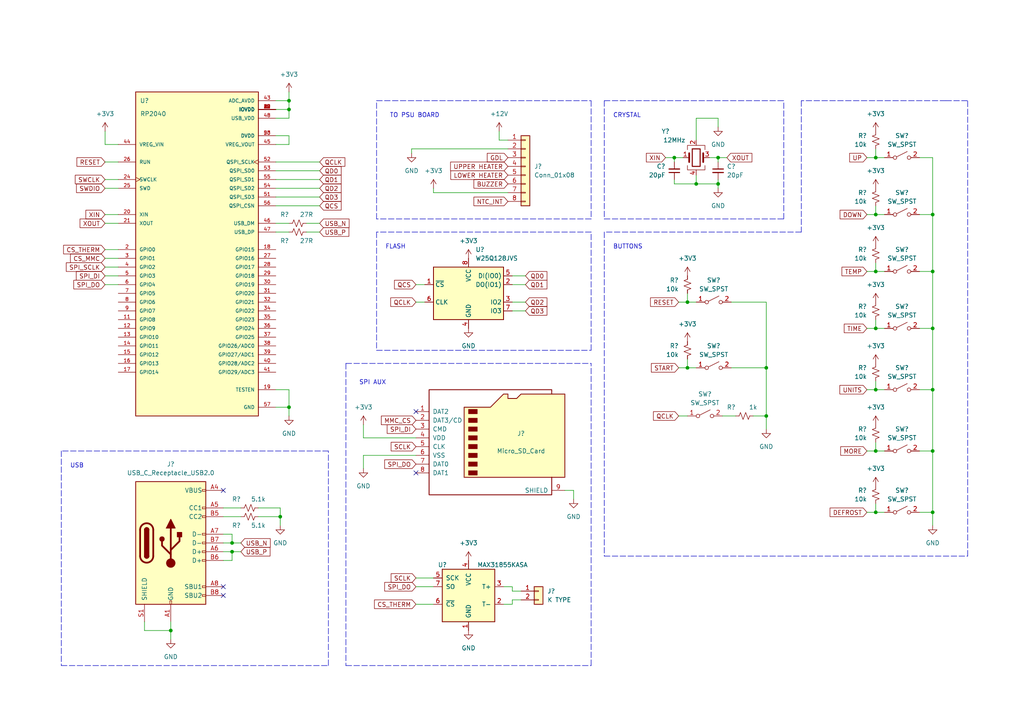
<source format=kicad_sch>
(kicad_sch (version 20211123) (generator eeschema)
  (paper "A4")
  (lib_symbols
    (symbol "Connector:Micro_SD_Card" (pin_names (offset 1.016))
      (property "Reference" "J" (at -16.51 15.24 0))
      (property "Value" "Micro_SD_Card" (at 16.51 15.24 0))
      (symbol "Micro_SD_Card_0_1"
        (rectangle (start -7.62 -9.525) (end -5.08 -10.795) (fill (type outline)))
        (rectangle (start -7.62 -6.985) (end -5.08 -8.255) (fill (type outline)))
        (rectangle (start -7.62 -4.445) (end -5.08 -5.715) (fill (type outline)))
        (rectangle (start -7.62 -1.905) (end -5.08 -3.175) (fill (type outline)))
        (rectangle (start -7.62 0.635) (end -5.08 -0.635) (fill (type outline)))
        (rectangle (start -7.62 3.175) (end -5.08 1.905) (fill (type outline)))
        (rectangle (start -7.62 5.715) (end -5.08 4.445) (fill (type outline)))
        (rectangle (start -7.62 8.255) (end -5.08 6.985) (fill (type outline)))
        (polyline (pts (xy 16.51 12.7) (xy 16.51 13.97) (xy -19.05 13.97) (xy -19.05 -16.51) (xy 16.51 -16.51) (xy 16.51 -11.43)) (stroke (width 0.254)))
        (polyline (pts (xy -8.89 -11.43) (xy -8.89 8.89) (xy -1.27 8.89) (xy 2.54 12.7) (xy 3.81 12.7) (xy 3.81 11.43) (xy 6.35 11.43) (xy 7.62 12.7) (xy 20.32 12.7) (xy 20.32 -11.43) (xy -8.89 -11.43)) (stroke (width 0.254)) (fill (type background)))
      )
      (symbol "Micro_SD_Card_1_1"
        (pin bidirectional line (at -22.86 7.62 0) (length 3.81) (name "DAT2") (number "1"))
        (pin bidirectional line (at -22.86 5.08 0) (length 3.81) (name "DAT3/CD") (number "2"))
        (pin input line (at -22.86 2.54 0) (length 3.81) (name "CMD") (number "3"))
        (pin power_in line (at -22.86 0 0) (length 3.81) (name "VDD") (number "4"))
        (pin input line (at -22.86 -2.54 0) (length 3.81) (name "CLK") (number "5"))
        (pin power_in line (at -22.86 -5.08 0) (length 3.81) (name "VSS") (number "6"))
        (pin bidirectional line (at -22.86 -7.62 0) (length 3.81) (name "DAT0") (number "7"))
        (pin bidirectional line (at -22.86 -10.16 0) (length 3.81) (name "DAT1") (number "8"))
        (pin passive line (at 20.32 -15.24 180) (length 3.81) (name "SHIELD") (number "9"))
      )
    )
    (symbol "Connector:USB_C_Receptacle_USB2.0" (pin_names (offset 1.016))
      (property "Reference" "J" (at -10.16 19.05 0))
      (property "Value" "USB_C_Receptacle_USB2.0" (at 19.05 19.05 0))
      (symbol "USB_C_Receptacle_USB2.0_0_0"
        (rectangle (start -0.254 -17.78) (end 0.254 -16.764))
        (rectangle (start 10.16 -14.986) (end 9.144 -15.494))
        (rectangle (start 10.16 -12.446) (end 9.144 -12.954))
        (rectangle (start 10.16 -4.826) (end 9.144 -5.334))
        (rectangle (start 10.16 -2.286) (end 9.144 -2.794))
        (rectangle (start 10.16 0.254) (end 9.144 -0.254))
        (rectangle (start 10.16 2.794) (end 9.144 2.286))
        (rectangle (start 10.16 7.874) (end 9.144 7.366))
        (rectangle (start 10.16 10.414) (end 9.144 9.906))
        (rectangle (start 10.16 15.494) (end 9.144 14.986))
      )
      (symbol "USB_C_Receptacle_USB2.0_0_1"
        (rectangle (start -10.16 17.78) (end 10.16 -17.78) (stroke (width 0.254)) (fill (type background)))
        (arc (start -8.89 -3.81) (mid -6.985 -5.715) (end -5.08 -3.81) (stroke (width 0.508)))
        (arc (start -7.62 -3.81) (mid -6.985 -4.445) (end -6.35 -3.81) (stroke (width 0.254)))
        (arc (start -7.62 -3.81) (mid -6.985 -4.445) (end -6.35 -3.81) (stroke (width 0.254)) (fill (type outline)))
        (rectangle (start -7.62 -3.81) (end -6.35 3.81) (stroke (width 0.254)) (fill (type outline)))
        (arc (start -6.35 3.81) (mid -6.985 4.445) (end -7.62 3.81) (stroke (width 0.254)))
        (arc (start -6.35 3.81) (mid -6.985 4.445) (end -7.62 3.81) (stroke (width 0.254)) (fill (type outline)))
        (arc (start -5.08 3.81) (mid -6.985 5.715) (end -8.89 3.81) (stroke (width 0.508)))
        (circle (center -2.54 1.143) (radius 0.635) (stroke (width 0.254)) (fill (type outline)))
        (circle (center 0 -5.842) (radius 1.27) (fill (type outline)))
        (polyline (pts (xy -8.89 -3.81) (xy -8.89 3.81)) (stroke (width 0.508)))
        (polyline (pts (xy -5.08 3.81) (xy -5.08 -3.81)) (stroke (width 0.508)))
        (polyline (pts (xy 0 -5.842) (xy 0 4.318)) (stroke (width 0.508)))
        (polyline (pts (xy 0 -3.302) (xy -2.54 -0.762) (xy -2.54 0.508)) (stroke (width 0.508)))
        (polyline (pts (xy 0 -2.032) (xy 2.54 0.508) (xy 2.54 1.778)) (stroke (width 0.508)))
        (polyline (pts (xy -1.27 4.318) (xy 0 6.858) (xy 1.27 4.318) (xy -1.27 4.318)) (stroke (width 0.254)) (fill (type outline)))
        (rectangle (start 1.905 1.778) (end 3.175 3.048) (stroke (width 0.254)) (fill (type outline)))
      )
      (symbol "USB_C_Receptacle_USB2.0_1_1"
        (pin passive line (at 0 -22.86 90) (length 5.08) (name "GND") (number "A1"))
        (pin passive line (at 0 -22.86 90) (length 5.08) hide (name "GND") (number "A12"))
        (pin passive line (at 15.24 15.24 180) (length 5.08) (name "VBUS") (number "A4"))
        (pin bidirectional line (at 15.24 10.16 180) (length 5.08) (name "CC1") (number "A5"))
        (pin bidirectional line (at 15.24 -2.54 180) (length 5.08) (name "D+") (number "A6"))
        (pin bidirectional line (at 15.24 2.54 180) (length 5.08) (name "D-") (number "A7"))
        (pin bidirectional line (at 15.24 -12.7 180) (length 5.08) (name "SBU1") (number "A8"))
        (pin passive line (at 15.24 15.24 180) (length 5.08) hide (name "VBUS") (number "A9"))
        (pin passive line (at 0 -22.86 90) (length 5.08) hide (name "GND") (number "B1"))
        (pin passive line (at 0 -22.86 90) (length 5.08) hide (name "GND") (number "B12"))
        (pin passive line (at 15.24 15.24 180) (length 5.08) hide (name "VBUS") (number "B4"))
        (pin bidirectional line (at 15.24 7.62 180) (length 5.08) (name "CC2") (number "B5"))
        (pin bidirectional line (at 15.24 -5.08 180) (length 5.08) (name "D+") (number "B6"))
        (pin bidirectional line (at 15.24 0 180) (length 5.08) (name "D-") (number "B7"))
        (pin bidirectional line (at 15.24 -15.24 180) (length 5.08) (name "SBU2") (number "B8"))
        (pin passive line (at 15.24 15.24 180) (length 5.08) hide (name "VBUS") (number "B9"))
        (pin passive line (at -7.62 -22.86 90) (length 5.08) (name "SHIELD") (number "S1"))
      )
    )
    (symbol "Connector_Generic:Conn_01x02" (pin_names (offset 1.016) hide)
      (property "Reference" "J" (at 0 2.54 0))
      (property "Value" "Conn_01x02" (at 0 -5.08 0))
      (symbol "Conn_01x02_1_1"
        (rectangle (start -1.27 -2.413) (end 0 -2.667) (stroke (width 0.1524)))
        (rectangle (start -1.27 0.127) (end 0 -0.127) (stroke (width 0.1524)))
        (rectangle (start -1.27 1.27) (end 1.27 -3.81) (stroke (width 0.254)) (fill (type background)))
        (pin passive line (at -5.08 0 0) (length 3.81) (name "Pin_1") (number "1"))
        (pin passive line (at -5.08 -2.54 0) (length 3.81) (name "Pin_2") (number "2"))
      )
    )
    (symbol "Connector_Generic:Conn_01x08" (pin_names (offset 1.016) hide)
      (property "Reference" "J" (at 0 10.16 0))
      (property "Value" "Conn_01x08" (at 0 -12.7 0))
      (symbol "Conn_01x08_1_1"
        (rectangle (start -1.27 -10.033) (end 0 -10.287) (stroke (width 0.1524)))
        (rectangle (start -1.27 -7.493) (end 0 -7.747) (stroke (width 0.1524)))
        (rectangle (start -1.27 -4.953) (end 0 -5.207) (stroke (width 0.1524)))
        (rectangle (start -1.27 -2.413) (end 0 -2.667) (stroke (width 0.1524)))
        (rectangle (start -1.27 0.127) (end 0 -0.127) (stroke (width 0.1524)))
        (rectangle (start -1.27 2.667) (end 0 2.413) (stroke (width 0.1524)))
        (rectangle (start -1.27 5.207) (end 0 4.953) (stroke (width 0.1524)))
        (rectangle (start -1.27 7.747) (end 0 7.493) (stroke (width 0.1524)))
        (rectangle (start -1.27 8.89) (end 1.27 -11.43) (stroke (width 0.254)) (fill (type background)))
        (pin passive line (at -5.08 7.62 0) (length 3.81) (name "Pin_1") (number "1"))
        (pin passive line (at -5.08 5.08 0) (length 3.81) (name "Pin_2") (number "2"))
        (pin passive line (at -5.08 2.54 0) (length 3.81) (name "Pin_3") (number "3"))
        (pin passive line (at -5.08 0 0) (length 3.81) (name "Pin_4") (number "4"))
        (pin passive line (at -5.08 -2.54 0) (length 3.81) (name "Pin_5") (number "5"))
        (pin passive line (at -5.08 -5.08 0) (length 3.81) (name "Pin_6") (number "6"))
        (pin passive line (at -5.08 -7.62 0) (length 3.81) (name "Pin_7") (number "7"))
        (pin passive line (at -5.08 -10.16 0) (length 3.81) (name "Pin_8") (number "8"))
      )
    )
    (symbol "Device:C_Small" (pin_numbers hide) (pin_names (offset 0.254) hide)
      (property "Reference" "C" (at 0.254 1.778 0))
      (property "Value" "C_Small" (at 0.254 -2.032 0))
      (symbol "C_Small_0_1"
        (polyline (pts (xy -1.524 -0.508) (xy 1.524 -0.508)) (stroke (width 0.3302)))
        (polyline (pts (xy -1.524 0.508) (xy 1.524 0.508)) (stroke (width 0.3048)))
      )
      (symbol "C_Small_1_1"
        (pin passive line (at 0 2.54 270) (length 2.032) (name "~") (number "1"))
        (pin passive line (at 0 -2.54 90) (length 2.032) (name "~") (number "2"))
      )
    )
    (symbol "Device:Crystal_GND24" (pin_names (offset 1.016) hide)
      (property "Reference" "Y" (at 3.175 5.08 0))
      (property "Value" "Crystal_GND24" (at 3.175 3.175 0))
      (symbol "Crystal_GND24_0_1"
        (rectangle (start -1.143 2.54) (end 1.143 -2.54) (stroke (width 0.3048)))
        (polyline (pts (xy -2.54 0) (xy -2.032 0)))
        (polyline (pts (xy -2.032 -1.27) (xy -2.032 1.27)) (stroke (width 0.508)))
        (polyline (pts (xy 0 -3.81) (xy 0 -3.556)))
        (polyline (pts (xy 0 3.556) (xy 0 3.81)))
        (polyline (pts (xy 2.032 -1.27) (xy 2.032 1.27)) (stroke (width 0.508)))
        (polyline (pts (xy 2.032 0) (xy 2.54 0)))
        (polyline (pts (xy -2.54 -2.286) (xy -2.54 -3.556) (xy 2.54 -3.556) (xy 2.54 -2.286)))
        (polyline (pts (xy -2.54 2.286) (xy -2.54 3.556) (xy 2.54 3.556) (xy 2.54 2.286)))
      )
      (symbol "Crystal_GND24_1_1"
        (pin passive line (at -3.81 0 0) (length 1.27) (name "1") (number "1"))
        (pin passive line (at 0 5.08 270) (length 1.27) (name "2") (number "2"))
        (pin passive line (at 3.81 0 180) (length 1.27) (name "3") (number "3"))
        (pin passive line (at 0 -5.08 90) (length 1.27) (name "4") (number "4"))
      )
    )
    (symbol "Device:R_Small_US" (pin_numbers hide) (pin_names (offset 0.254) hide)
      (property "Reference" "R" (at 0.762 0.508 0))
      (property "Value" "R_Small_US" (at 0.762 -1.016 0))
      (symbol "R_Small_US_1_1"
        (polyline (pts (xy 0 0) (xy 1.016 -0.381) (xy 0 -0.762) (xy -1.016 -1.143) (xy 0 -1.524)))
        (polyline (pts (xy 0 1.524) (xy 1.016 1.143) (xy 0 0.762) (xy -1.016 0.381) (xy 0 0)))
        (pin passive line (at 0 2.54 270) (length 1.016) (name "~") (number "1"))
        (pin passive line (at 0 -2.54 90) (length 1.016) (name "~") (number "2"))
      )
    )
    (symbol "Memory_Flash:W25Q128JVS"
      (property "Reference" "U" (at -8.89 8.89 0))
      (property "Value" "W25Q128JVS" (at 7.62 8.89 0))
      (symbol "W25Q128JVS_0_1"
        (rectangle (start -10.16 7.62) (end 10.16 -7.62) (stroke (width 0.254)) (fill (type background)))
      )
      (symbol "W25Q128JVS_1_1"
        (pin input line (at -12.7 2.54 0) (length 2.54) (name "~{CS}") (number "1"))
        (pin bidirectional line (at 12.7 2.54 180) (length 2.54) (name "DO(IO1)") (number "2"))
        (pin bidirectional line (at 12.7 -2.54 180) (length 2.54) (name "IO2") (number "3"))
        (pin power_in line (at 0 -10.16 90) (length 2.54) (name "GND") (number "4"))
        (pin bidirectional line (at 12.7 5.08 180) (length 2.54) (name "DI(IO0)") (number "5"))
        (pin input line (at -12.7 -2.54 0) (length 2.54) (name "CLK") (number "6"))
        (pin bidirectional line (at 12.7 -5.08 180) (length 2.54) (name "IO3") (number "7"))
        (pin power_in line (at 0 10.16 270) (length 2.54) (name "VCC") (number "8"))
      )
    )
    (symbol "RP2040:RP2040" (pin_names (offset 1.016))
      (property "Reference" "U" (at -17.78 50.8 0))
      (property "Value" "RP2040" (at -17.78 -48.26 0))
      (symbol "RP2040_0_0"
        (rectangle (start -17.78 -45.72) (end 17.78 48.26) (stroke (width 0.254)) (fill (type background)))
        (pin power_in line (at 22.86 43.18 180) (length 5.08) (name "IOVDD") (number "1"))
        (pin power_in line (at 22.86 43.18 180) (length 5.08) (name "IOVDD") (number "10"))
        (pin bidirectional line (at -22.86 -17.78 0) (length 5.08) (name "GPIO8") (number "11"))
        (pin bidirectional line (at -22.86 -20.32 0) (length 5.08) (name "GPIO9") (number "12"))
        (pin bidirectional line (at -22.86 -22.86 0) (length 5.08) (name "GPIO10") (number "13"))
        (pin bidirectional line (at -22.86 -25.4 0) (length 5.08) (name "GPIO11") (number "14"))
        (pin bidirectional line (at -22.86 -27.94 0) (length 5.08) (name "GPIO12") (number "15"))
        (pin bidirectional line (at -22.86 -30.48 0) (length 5.08) (name "GPIO13") (number "16"))
        (pin bidirectional line (at -22.86 -33.02 0) (length 5.08) (name "GPIO14") (number "17"))
        (pin bidirectional line (at 22.86 2.54 180) (length 5.08) (name "GPIO15") (number "18"))
        (pin passive line (at 22.86 -38.1 180) (length 5.08) (name "TESTEN") (number "19"))
        (pin bidirectional line (at -22.86 2.54 0) (length 5.08) (name "GPIO0") (number "2"))
        (pin input line (at -22.86 12.7 0) (length 5.08) (name "XIN") (number "20"))
        (pin output line (at -22.86 10.16 0) (length 5.08) (name "XOUT") (number "21"))
        (pin power_in line (at 22.86 43.18 180) (length 5.08) (name "IOVDD") (number "22"))
        (pin power_in line (at 22.86 35.56 180) (length 5.08) (name "DVDD") (number "23"))
        (pin input clock (at -22.86 22.86 0) (length 5.08) (name "SWCLK") (number "24"))
        (pin bidirectional line (at -22.86 20.32 0) (length 5.08) (name "SWD") (number "25"))
        (pin input line (at -22.86 27.94 0) (length 5.08) (name "RUN") (number "26"))
        (pin bidirectional line (at 22.86 0 180) (length 5.08) (name "GPIO16") (number "27"))
        (pin bidirectional line (at 22.86 -2.54 180) (length 5.08) (name "GPIO17") (number "28"))
        (pin bidirectional line (at 22.86 -5.08 180) (length 5.08) (name "GPIO18") (number "29"))
        (pin bidirectional line (at -22.86 0 0) (length 5.08) (name "GPIO1") (number "3"))
        (pin bidirectional line (at 22.86 -7.62 180) (length 5.08) (name "GPIO19") (number "30"))
        (pin bidirectional line (at 22.86 -10.16 180) (length 5.08) (name "GPIO20") (number "31"))
        (pin bidirectional line (at 22.86 -12.7 180) (length 5.08) (name "GPIO21") (number "32"))
        (pin power_in line (at 22.86 43.18 180) (length 5.08) (name "IOVDD") (number "33"))
        (pin bidirectional line (at 22.86 -15.24 180) (length 5.08) (name "GPIO22") (number "34"))
        (pin bidirectional line (at 22.86 -17.78 180) (length 5.08) (name "GPIO23") (number "35"))
        (pin bidirectional line (at 22.86 -20.32 180) (length 5.08) (name "GPIO24") (number "36"))
        (pin bidirectional line (at 22.86 -22.86 180) (length 5.08) (name "GPIO25") (number "37"))
        (pin bidirectional line (at 22.86 -25.4 180) (length 5.08) (name "GPIO26/ADC0") (number "38"))
        (pin bidirectional line (at 22.86 -27.94 180) (length 5.08) (name "GPIO27/ADC1") (number "39"))
        (pin bidirectional line (at -22.86 -2.54 0) (length 5.08) (name "GPIO2") (number "4"))
        (pin bidirectional line (at 22.86 -30.48 180) (length 5.08) (name "GPIO28/ADC2") (number "40"))
        (pin bidirectional line (at 22.86 -33.02 180) (length 5.08) (name "GPIO29/ADC3") (number "41"))
        (pin power_in line (at 22.86 43.18 180) (length 5.08) (name "IOVDD") (number "42"))
        (pin power_in line (at 22.86 45.72 180) (length 5.08) (name "ADC_AVDD") (number "43"))
        (pin input line (at -22.86 33.02 0) (length 5.08) (name "VREG_VIN") (number "44"))
        (pin output line (at 22.86 33.02 180) (length 5.08) (name "VREG_VOUT") (number "45"))
        (pin bidirectional line (at 22.86 10.16 180) (length 5.08) (name "USB_DM") (number "46"))
        (pin bidirectional line (at 22.86 7.62 180) (length 5.08) (name "USB_DP") (number "47"))
        (pin power_in line (at 22.86 40.64 180) (length 5.08) (name "USB_VDD") (number "48"))
        (pin power_in line (at 22.86 43.18 180) (length 5.08) (name "IOVDD") (number "49"))
        (pin bidirectional line (at -22.86 -5.08 0) (length 5.08) (name "GPIO3") (number "5"))
        (pin power_in line (at 22.86 35.56 180) (length 5.08) (name "DVDD") (number "50"))
        (pin bidirectional line (at 22.86 17.78 180) (length 5.08) (name "QSPI_SD3") (number "51"))
        (pin bidirectional clock (at 22.86 27.94 180) (length 5.08) (name "QSPI_SCLK") (number "52"))
        (pin bidirectional line (at 22.86 25.4 180) (length 5.08) (name "QSPI_SD0") (number "53"))
        (pin bidirectional line (at 22.86 20.32 180) (length 5.08) (name "QSPI_SD2") (number "54"))
        (pin bidirectional line (at 22.86 22.86 180) (length 5.08) (name "QSPI_SD1") (number "55"))
        (pin bidirectional line (at 22.86 15.24 180) (length 5.08) (name "QSPI_CSN") (number "56"))
        (pin power_in line (at 22.86 -43.18 180) (length 5.08) (name "GND") (number "57"))
        (pin bidirectional line (at -22.86 -7.62 0) (length 5.08) (name "GPIO4") (number "6"))
        (pin bidirectional line (at -22.86 -10.16 0) (length 5.08) (name "GPIO5") (number "7"))
        (pin bidirectional line (at -22.86 -12.7 0) (length 5.08) (name "GPIO6") (number "8"))
        (pin bidirectional line (at -22.86 -15.24 0) (length 5.08) (name "GPIO7") (number "9"))
      )
    )
    (symbol "Sensor_Temperature:MAX31855KASA" (pin_names (offset 1.016))
      (property "Reference" "U" (at -7.62 8.89 0))
      (property "Value" "MAX31855KASA" (at 1.27 8.89 0))
      (symbol "MAX31855KASA_0_1"
        (rectangle (start -7.62 7.62) (end 7.62 -7.62) (stroke (width 0.254)) (fill (type background)))
      )
      (symbol "MAX31855KASA_1_1"
        (pin power_in line (at 0 -10.16 90) (length 2.54) (name "GND") (number "1"))
        (pin passive line (at -10.16 -2.54 0) (length 2.54) (name "T-") (number "2"))
        (pin passive line (at -10.16 2.54 0) (length 2.54) (name "T+") (number "3"))
        (pin power_in line (at 0 10.16 270) (length 2.54) (name "VCC") (number "4"))
        (pin input line (at 10.16 5.08 180) (length 2.54) (name "SCK") (number "5"))
        (pin input line (at 10.16 -2.54 180) (length 2.54) (name "~{CS}") (number "6"))
        (pin tri_state line (at 10.16 2.54 180) (length 2.54) (name "SO") (number "7"))
      )
    )
    (symbol "Switch:SW_SPST" (pin_names (offset 0) hide)
      (property "Reference" "SW" (at 0 3.175 0))
      (property "Value" "SW_SPST" (at 0 -2.54 0))
      (symbol "SW_SPST_0_0"
        (circle (center -2.032 0) (radius 0.508))
        (polyline (pts (xy -1.524 0.254) (xy 1.524 1.778)))
        (circle (center 2.032 0) (radius 0.508))
      )
      (symbol "SW_SPST_1_1"
        (pin passive line (at -5.08 0 0) (length 2.54) (name "A") (number "1"))
        (pin passive line (at 5.08 0 180) (length 2.54) (name "B") (number "2"))
      )
    )
    (symbol "power:+12V" (power) (pin_names (offset 0))
      (property "Value" "+12V" (at 0 3.556 0))
      (symbol "+12V_0_1"
        (polyline (pts (xy -0.762 1.27) (xy 0 2.54)))
        (polyline (pts (xy 0 0) (xy 0 2.54)))
        (polyline (pts (xy 0 2.54) (xy 0.762 1.27)))
      )
      (symbol "+12V_1_1"
        (pin power_in line (at 0 0 90) (length 0) hide (name "+12V") (number "1"))
      )
    )
    (symbol "power:+3V3" (power) (pin_names (offset 0))
      (property "Value" "+3V3" (at 0 3.556 0))
      (symbol "+3V3_0_1"
        (polyline (pts (xy -0.762 1.27) (xy 0 2.54)))
        (polyline (pts (xy 0 0) (xy 0 2.54)))
        (polyline (pts (xy 0 2.54) (xy 0.762 1.27)))
      )
      (symbol "+3V3_1_1"
        (pin power_in line (at 0 0 90) (length 0) hide (name "+3V3") (number "1"))
      )
    )
    (symbol "power:GND" (power) (pin_names (offset 0))
      (property "Value" "GND" (at 0 -3.81 0))
      (symbol "GND_0_1"
        (polyline (pts (xy 0 0) (xy 0 -1.27) (xy 1.27 -1.27) (xy 0 -2.54) (xy -1.27 -1.27) (xy 0 -1.27)))
      )
      (symbol "GND_1_1"
        (pin power_in line (at 0 0 270) (length 0) hide (name "GND") (number "1"))
      )
    )
  )
  (junction (at 67.31 157.48))
  (junction (at 270.51 130.81))
  (junction (at 270.51 78.74))
  (junction (at 208.28 53.34))
  (junction (at 83.82 118.11))
  (junction (at 208.28 45.72))
  (junction (at 254 130.81))
  (junction (at 254 113.03))
  (junction (at 270.51 95.25))
  (junction (at 254 148.59))
  (junction (at 83.82 29.21))
  (junction (at 270.51 113.03))
  (junction (at 222.25 106.68))
  (junction (at 201.93 53.34))
  (junction (at 254 78.74))
  (junction (at 270.51 62.23))
  (junction (at 83.82 31.75))
  (junction (at 67.31 160.02))
  (junction (at 254 62.23))
  (junction (at 254 95.25))
  (junction (at 195.58 45.72))
  (junction (at 199.39 106.68))
  (junction (at 222.25 120.65))
  (junction (at 81.28 149.86))
  (junction (at 270.51 148.59))
  (junction (at 199.39 87.63))
  (junction (at 49.53 182.88))
  (junction (at 254 45.72))
  (no_connect (at 64.77 172.72))
  (no_connect (at 120.65 137.16))
  (no_connect (at 64.77 142.24))
  (no_connect (at 64.77 170.18))
  (no_connect (at 120.65 119.38))
  (wire (pts (xy 83.82 34.29) (xy 83.82 31.75)))
  (wire (pts (xy 49.53 182.88) (xy 49.53 185.42)))
  (wire (pts (xy 222.25 120.65) (xy 222.25 124.46)))
  (wire (pts (xy 254 130.81) (xy 256.54 130.81)))
  (wire (pts (xy 212.09 106.68) (xy 222.25 106.68)))
  (polyline (pts (xy 109.22 67.31) (xy 109.22 101.6)))
  (wire (pts (xy 88.9 64.77) (xy 92.71 64.77)))
  (wire (pts (xy 251.46 62.23) (xy 254 62.23)))
  (wire (pts (xy 251.46 130.81) (xy 254 130.81)))
  (wire (pts (xy 199.39 106.68) (xy 201.93 106.68)))
  (wire (pts (xy 80.01 54.61) (xy 92.71 54.61)))
  (wire (pts (xy 254 110.49) (xy 254 113.03)))
  (wire (pts (xy 270.51 45.72) (xy 270.51 62.23)))
  (polyline (pts (xy 109.22 29.21) (xy 171.45 29.21)))
  (wire (pts (xy 199.39 104.14) (xy 199.39 106.68)))
  (polyline (pts (xy 100.33 193.04) (xy 171.45 193.04)))
  (polyline (pts (xy 227.33 63.5) (xy 227.33 29.21)))
  (wire (pts (xy 80.01 52.07) (xy 92.71 52.07)))
  (wire (pts (xy 83.82 26.67) (xy 83.82 29.21)))
  (wire (pts (xy 254 78.74) (xy 256.54 78.74)))
  (wire (pts (xy 120.65 87.63) (xy 123.19 87.63)))
  (wire (pts (xy 83.82 39.37) (xy 83.82 41.91)))
  (wire (pts (xy 208.28 45.72) (xy 210.82 45.72)))
  (wire (pts (xy 80.01 118.11) (xy 83.82 118.11)))
  (wire (pts (xy 196.85 106.68) (xy 199.39 106.68)))
  (wire (pts (xy 80.01 46.99) (xy 92.71 46.99)))
  (wire (pts (xy 254 45.72) (xy 256.54 45.72)))
  (wire (pts (xy 105.41 127) (xy 105.41 123.19)))
  (wire (pts (xy 209.55 120.65) (xy 213.36 120.65)))
  (wire (pts (xy 208.28 45.72) (xy 208.28 46.99)))
  (wire (pts (xy 80.01 31.75) (xy 83.82 31.75)))
  (wire (pts (xy 119.38 43.18) (xy 119.38 44.45)))
  (wire (pts (xy 64.77 162.56) (xy 67.31 162.56)))
  (wire (pts (xy 83.82 31.75) (xy 83.82 29.21)))
  (wire (pts (xy 80.01 64.77) (xy 83.82 64.77)))
  (wire (pts (xy 254 95.25) (xy 256.54 95.25)))
  (polyline (pts (xy 17.78 193.04) (xy 95.25 193.04)))
  (wire (pts (xy 64.77 149.86) (xy 69.85 149.86)))
  (wire (pts (xy 208.28 52.07) (xy 208.28 53.34)))
  (wire (pts (xy 30.48 38.1) (xy 30.48 41.91)))
  (wire (pts (xy 67.31 160.02) (xy 69.85 160.02)))
  (wire (pts (xy 147.32 43.18) (xy 119.38 43.18)))
  (polyline (pts (xy 171.45 193.04) (xy 171.45 105.41)))
  (wire (pts (xy 254 92.71) (xy 254 95.25)))
  (wire (pts (xy 64.77 160.02) (xy 67.31 160.02)))
  (wire (pts (xy 67.31 154.94) (xy 67.31 157.48)))
  (wire (pts (xy 30.48 82.55) (xy 34.29 82.55)))
  (polyline (pts (xy 171.45 67.31) (xy 109.22 67.31)))
  (wire (pts (xy 64.77 157.48) (xy 67.31 157.48)))
  (wire (pts (xy 199.39 85.09) (xy 199.39 87.63)))
  (wire (pts (xy 80.01 57.15) (xy 92.71 57.15)))
  (wire (pts (xy 80.01 49.53) (xy 92.71 49.53)))
  (polyline (pts (xy 109.22 63.5) (xy 109.22 29.21)))
  (wire (pts (xy 30.48 74.93) (xy 34.29 74.93)))
  (wire (pts (xy 120.65 132.08) (xy 105.41 132.08)))
  (wire (pts (xy 251.46 78.74) (xy 254 78.74)))
  (wire (pts (xy 208.28 53.34) (xy 208.28 54.61)))
  (wire (pts (xy 49.53 180.34) (xy 49.53 182.88)))
  (wire (pts (xy 81.28 149.86) (xy 81.28 152.4)))
  (wire (pts (xy 270.51 148.59) (xy 270.51 152.4)))
  (wire (pts (xy 254 76.2) (xy 254 78.74)))
  (polyline (pts (xy 95.25 130.81) (xy 17.78 130.81)))
  (wire (pts (xy 251.46 113.03) (xy 254 113.03)))
  (polyline (pts (xy 175.26 161.29) (xy 280.67 161.29)))
  (wire (pts (xy 83.82 41.91) (xy 80.01 41.91)))
  (wire (pts (xy 195.58 52.07) (xy 195.58 53.34)))
  (wire (pts (xy 270.51 95.25) (xy 270.51 113.03)))
  (wire (pts (xy 80.01 39.37) (xy 83.82 39.37)))
  (wire (pts (xy 120.65 175.26) (xy 125.73 175.26)))
  (wire (pts (xy 120.65 167.64) (xy 125.73 167.64)))
  (wire (pts (xy 196.85 87.63) (xy 199.39 87.63)))
  (polyline (pts (xy 171.45 63.5) (xy 109.22 63.5)))
  (wire (pts (xy 83.82 113.03) (xy 83.82 118.11)))
  (wire (pts (xy 80.01 59.69) (xy 92.71 59.69)))
  (wire (pts (xy 270.51 130.81) (xy 270.51 148.59)))
  (wire (pts (xy 64.77 154.94) (xy 67.31 154.94)))
  (wire (pts (xy 148.59 173.99) (xy 151.13 173.99)))
  (wire (pts (xy 222.25 87.63) (xy 222.25 106.68)))
  (wire (pts (xy 266.7 45.72) (xy 270.51 45.72)))
  (wire (pts (xy 148.59 82.55) (xy 152.4 82.55)))
  (wire (pts (xy 147.32 40.64) (xy 144.78 40.64)))
  (polyline (pts (xy 175.26 67.31) (xy 175.26 161.29)))
  (wire (pts (xy 83.82 118.11) (xy 83.82 120.65)))
  (wire (pts (xy 148.59 171.45) (xy 151.13 171.45)))
  (polyline (pts (xy 175.26 29.21) (xy 227.33 29.21)))
  (wire (pts (xy 166.37 142.24) (xy 166.37 144.78)))
  (polyline (pts (xy 95.25 193.04) (xy 95.25 130.81)))
  (wire (pts (xy 254 146.05) (xy 254 148.59)))
  (wire (pts (xy 201.93 53.34) (xy 208.28 53.34)))
  (wire (pts (xy 30.48 41.91) (xy 34.29 41.91)))
  (wire (pts (xy 80.01 67.31) (xy 83.82 67.31)))
  (wire (pts (xy 254 43.18) (xy 254 45.72)))
  (wire (pts (xy 201.93 40.64) (xy 201.93 34.29)))
  (wire (pts (xy 120.65 170.18) (xy 125.73 170.18)))
  (wire (pts (xy 67.31 162.56) (xy 67.31 160.02)))
  (wire (pts (xy 195.58 53.34) (xy 201.93 53.34)))
  (wire (pts (xy 254 62.23) (xy 256.54 62.23)))
  (wire (pts (xy 125.73 55.88) (xy 147.32 55.88)))
  (wire (pts (xy 199.39 87.63) (xy 201.93 87.63)))
  (wire (pts (xy 41.91 180.34) (xy 41.91 182.88)))
  (wire (pts (xy 83.82 29.21) (xy 80.01 29.21)))
  (polyline (pts (xy 171.45 101.6) (xy 171.45 67.31)))
  (wire (pts (xy 105.41 132.08) (xy 105.41 135.89)))
  (wire (pts (xy 266.7 78.74) (xy 270.51 78.74)))
  (wire (pts (xy 88.9 67.31) (xy 92.71 67.31)))
  (wire (pts (xy 81.28 147.32) (xy 81.28 149.86)))
  (wire (pts (xy 64.77 147.32) (xy 69.85 147.32)))
  (wire (pts (xy 41.91 182.88) (xy 49.53 182.88)))
  (wire (pts (xy 30.48 46.99) (xy 34.29 46.99)))
  (wire (pts (xy 148.59 90.17) (xy 152.4 90.17)))
  (wire (pts (xy 195.58 45.72) (xy 195.58 46.99)))
  (wire (pts (xy 30.48 77.47) (xy 34.29 77.47)))
  (wire (pts (xy 67.31 157.48) (xy 69.85 157.48)))
  (wire (pts (xy 163.83 142.24) (xy 166.37 142.24)))
  (wire (pts (xy 251.46 148.59) (xy 254 148.59)))
  (wire (pts (xy 80.01 34.29) (xy 83.82 34.29)))
  (wire (pts (xy 254 113.03) (xy 256.54 113.03)))
  (polyline (pts (xy 109.22 101.6) (xy 171.45 101.6)))
  (wire (pts (xy 193.04 45.72) (xy 195.58 45.72)))
  (wire (pts (xy 74.93 149.86) (xy 81.28 149.86)))
  (wire (pts (xy 266.7 95.25) (xy 270.51 95.25)))
  (polyline (pts (xy 171.45 29.21) (xy 171.45 63.5)))
  (wire (pts (xy 270.51 78.74) (xy 270.51 95.25)))
  (wire (pts (xy 196.85 120.65) (xy 199.39 120.65)))
  (polyline (pts (xy 100.33 105.41) (xy 171.45 105.41)))
  (wire (pts (xy 148.59 80.01) (xy 152.4 80.01)))
  (polyline (pts (xy 17.78 130.81) (xy 17.78 193.04)))
  (polyline (pts (xy 274.32 29.21) (xy 280.67 29.21)))
  (wire (pts (xy 146.05 175.26) (xy 148.59 175.26)))
  (wire (pts (xy 251.46 45.72) (xy 254 45.72)))
  (wire (pts (xy 30.48 54.61) (xy 34.29 54.61)))
  (polyline (pts (xy 100.33 105.41) (xy 100.33 193.04)))
  (wire (pts (xy 30.48 64.77) (xy 34.29 64.77)))
  (wire (pts (xy 201.93 34.29) (xy 208.28 34.29)))
  (wire (pts (xy 218.44 120.65) (xy 222.25 120.65)))
  (wire (pts (xy 30.48 62.23) (xy 34.29 62.23)))
  (wire (pts (xy 198.12 45.72) (xy 195.58 45.72)))
  (wire (pts (xy 201.93 50.8) (xy 201.93 53.34)))
  (wire (pts (xy 148.59 87.63) (xy 152.4 87.63)))
  (wire (pts (xy 254 128.27) (xy 254 130.81)))
  (polyline (pts (xy 232.41 67.31) (xy 175.26 67.31)))
  (wire (pts (xy 208.28 34.29) (xy 208.28 36.83)))
  (wire (pts (xy 254 59.69) (xy 254 62.23)))
  (wire (pts (xy 266.7 62.23) (xy 270.51 62.23)))
  (polyline (pts (xy 280.67 161.29) (xy 280.67 29.21)))
  (wire (pts (xy 205.74 45.72) (xy 208.28 45.72)))
  (wire (pts (xy 266.7 130.81) (xy 270.51 130.81)))
  (wire (pts (xy 266.7 113.03) (xy 270.51 113.03)))
  (wire (pts (xy 120.65 82.55) (xy 123.19 82.55)))
  (wire (pts (xy 148.59 170.18) (xy 148.59 171.45)))
  (wire (pts (xy 266.7 148.59) (xy 270.51 148.59)))
  (wire (pts (xy 251.46 95.25) (xy 254 95.25)))
  (wire (pts (xy 212.09 87.63) (xy 222.25 87.63)))
  (wire (pts (xy 30.48 72.39) (xy 34.29 72.39)))
  (polyline (pts (xy 175.26 63.5) (xy 227.33 63.5)))
  (wire (pts (xy 270.51 113.03) (xy 270.51 130.81)))
  (polyline (pts (xy 232.41 29.21) (xy 232.41 67.31)))
  (polyline (pts (xy 274.32 29.21) (xy 232.41 29.21)))
  (wire (pts (xy 270.51 62.23) (xy 270.51 78.74)))
  (wire (pts (xy 222.25 106.68) (xy 222.25 120.65)))
  (wire (pts (xy 125.73 54.61) (xy 125.73 55.88)))
  (wire (pts (xy 80.01 113.03) (xy 83.82 113.03)))
  (wire (pts (xy 144.78 40.64) (xy 144.78 38.1)))
  (wire (pts (xy 30.48 80.01) (xy 34.29 80.01)))
  (wire (pts (xy 30.48 52.07) (xy 34.29 52.07)))
  (wire (pts (xy 120.65 127) (xy 105.41 127)))
  (wire (pts (xy 74.93 147.32) (xy 81.28 147.32)))
  (polyline (pts (xy 175.26 29.21) (xy 175.26 63.5)))
  (wire (pts (xy 146.05 170.18) (xy 148.59 170.18)))
  (wire (pts (xy 148.59 175.26) (xy 148.59 173.99)))
  (wire (pts (xy 254 148.59) (xy 256.54 148.59)))
  (text "SPI AUX" (at 104.14 111.76 0) (effects (font (size 1.27 1.27)) (justify left bottom)))
  (text "CRYSTAL" (at 177.8 34.29 0) (effects (font (size 1.27 1.27)) (justify left bottom)))
  (text "TO PSU BOARD" (at 113.03 34.29 0) (effects (font (size 1.27 1.27)) (justify left bottom)))
  (text "USB" (at 20.32 135.89 0) (effects (font (size 1.27 1.27)) (justify left bottom)))
  (text "FLASH" (at 111.76 72.39 0) (effects (font (size 1.27 1.27)) (justify left bottom)))
  (text "BUTTONS" (at 177.8 72.39 0) (effects (font (size 1.27 1.27)) (justify left bottom)))
  (global_label "TIME" (shape input) (at 251.46 95.25 180) (property "Intersheet References" "${INTERSHEET_REFS}" (effects hide)))
  (global_label "QD3" (shape input) (at 92.71 57.15 0) (property "Intersheet References" "${INTERSHEET_REFS}" (effects hide)))
  (global_label "XOUT" (shape input) (at 210.82 45.72 0) (property "Intersheet References" "${INTERSHEET_REFS}" (effects hide)))
  (global_label "QCLK" (shape input) (at 92.71 46.99 0) (property "Intersheet References" "${INTERSHEET_REFS}" (effects hide)))
  (global_label "QCS" (shape input) (at 120.65 82.55 180) (property "Intersheet References" "${INTERSHEET_REFS}" (effects hide)))
  (global_label "UPPER HEATER" (shape input) (at 147.32 48.26 180) (property "Intersheet References" "${INTERSHEET_REFS}" (effects hide)))
  (global_label "USB_N" (shape input) (at 92.71 64.77 0) (property "Intersheet References" "${INTERSHEET_REFS}" (effects hide)))
  (global_label "QD3" (shape input) (at 152.4 90.17 0) (property "Intersheet References" "${INTERSHEET_REFS}" (effects hide)))
  (global_label "CS_THERM" (shape input) (at 30.48 72.39 180) (property "Intersheet References" "${INTERSHEET_REFS}" (effects hide)))
  (global_label "NTC_INT" (shape input) (at 147.32 58.42 180) (property "Intersheet References" "${INTERSHEET_REFS}" (effects hide)))
  (global_label "SPI_DI" (shape input) (at 30.48 80.01 180) (property "Intersheet References" "${INTERSHEET_REFS}" (effects hide)))
  (global_label "SCLK" (shape input) (at 120.65 167.64 180) (property "Intersheet References" "${INTERSHEET_REFS}" (effects hide)))
  (global_label "SWDIO" (shape input) (at 30.48 54.61 180) (property "Intersheet References" "${INTERSHEET_REFS}" (effects hide)))
  (global_label "QCLK" (shape input) (at 120.65 87.63 180) (property "Intersheet References" "${INTERSHEET_REFS}" (effects hide)))
  (global_label "QD0" (shape input) (at 152.4 80.01 0) (property "Intersheet References" "${INTERSHEET_REFS}" (effects hide)))
  (global_label "CS_MMC" (shape input) (at 30.48 74.93 180) (property "Intersheet References" "${INTERSHEET_REFS}" (effects hide)))
  (global_label "SCLK" (shape input) (at 120.65 129.54 180) (property "Intersheet References" "${INTERSHEET_REFS}" (effects hide)))
  (global_label "LOWER HEATER" (shape input) (at 147.32 50.8 180) (property "Intersheet References" "${INTERSHEET_REFS}" (effects hide)))
  (global_label "SPI_SCLK" (shape input) (at 30.48 77.47 180) (property "Intersheet References" "${INTERSHEET_REFS}" (effects hide)))
  (global_label "SPI_DI" (shape input) (at 120.65 124.46 180) (property "Intersheet References" "${INTERSHEET_REFS}" (effects hide)))
  (global_label "UNITS" (shape input) (at 251.46 113.03 180) (property "Intersheet References" "${INTERSHEET_REFS}" (effects hide)))
  (global_label "CS_THERM" (shape input) (at 120.65 175.26 180) (property "Intersheet References" "${INTERSHEET_REFS}" (effects hide)))
  (global_label "QD1" (shape input) (at 152.4 82.55 0) (property "Intersheet References" "${INTERSHEET_REFS}" (effects hide)))
  (global_label "XOUT" (shape input) (at 30.48 64.77 180) (property "Intersheet References" "${INTERSHEET_REFS}" (effects hide)))
  (global_label "DOWN" (shape input) (at 251.46 62.23 180) (property "Intersheet References" "${INTERSHEET_REFS}" (effects hide)))
  (global_label "SPI_DO" (shape input) (at 120.65 134.62 180) (property "Intersheet References" "${INTERSHEET_REFS}" (effects hide)))
  (global_label "UP" (shape input) (at 251.46 45.72 180) (property "Intersheet References" "${INTERSHEET_REFS}" (effects hide)))
  (global_label "USB_N" (shape input) (at 69.85 157.48 0) (property "Intersheet References" "${INTERSHEET_REFS}" (effects hide)))
  (global_label "XIN" (shape input) (at 30.48 62.23 180) (property "Intersheet References" "${INTERSHEET_REFS}" (effects hide)))
  (global_label "DEFROST" (shape input) (at 251.46 148.59 180) (property "Intersheet References" "${INTERSHEET_REFS}" (effects hide)))
  (global_label "XIN" (shape input) (at 193.04 45.72 180) (property "Intersheet References" "${INTERSHEET_REFS}" (effects hide)))
  (global_label "QD1" (shape input) (at 92.71 52.07 0) (property "Intersheet References" "${INTERSHEET_REFS}" (effects hide)))
  (global_label "SPI_DO" (shape input) (at 30.48 82.55 180) (property "Intersheet References" "${INTERSHEET_REFS}" (effects hide)))
  (global_label "QCS" (shape input) (at 92.71 59.69 0) (property "Intersheet References" "${INTERSHEET_REFS}" (effects hide)))
  (global_label "GDL" (shape input) (at 147.32 45.72 180) (property "Intersheet References" "${INTERSHEET_REFS}" (effects hide)))
  (global_label "USB_P" (shape input) (at 69.85 160.02 0) (property "Intersheet References" "${INTERSHEET_REFS}" (effects hide)))
  (global_label "QCLK" (shape input) (at 196.85 120.65 180) (property "Intersheet References" "${INTERSHEET_REFS}" (effects hide)))
  (global_label "QD0" (shape input) (at 92.71 49.53 0) (property "Intersheet References" "${INTERSHEET_REFS}" (effects hide)))
  (global_label "SPI_DO" (shape input) (at 120.65 170.18 180) (property "Intersheet References" "${INTERSHEET_REFS}" (effects hide)))
  (global_label "RESET" (shape input) (at 30.48 46.99 180) (property "Intersheet References" "${INTERSHEET_REFS}" (effects hide)))
  (global_label "MORE" (shape input) (at 251.46 130.81 180) (property "Intersheet References" "${INTERSHEET_REFS}" (effects hide)))
  (global_label "MMC_CS" (shape input) (at 120.65 121.92 180) (property "Intersheet References" "${INTERSHEET_REFS}" (effects hide)))
  (global_label "BUZZER" (shape input) (at 147.32 53.34 180) (property "Intersheet References" "${INTERSHEET_REFS}" (effects hide)))
  (global_label "START" (shape input) (at 196.85 106.68 180) (property "Intersheet References" "${INTERSHEET_REFS}" (effects hide)))
  (global_label "QD2" (shape input) (at 152.4 87.63 0) (property "Intersheet References" "${INTERSHEET_REFS}" (effects hide)))
  (global_label "RESET" (shape input) (at 196.85 87.63 180) (property "Intersheet References" "${INTERSHEET_REFS}" (effects hide)))
  (global_label "USB_P" (shape input) (at 92.71 67.31 0) (property "Intersheet References" "${INTERSHEET_REFS}" (effects hide)))
  (global_label "TEMP" (shape input) (at 251.46 78.74 180) (property "Intersheet References" "${INTERSHEET_REFS}" (effects hide)))
  (global_label "SWCLK" (shape input) (at 30.48 52.07 180) (property "Intersheet References" "${INTERSHEET_REFS}" (effects hide)))
  (global_label "QD2" (shape input) (at 92.71 54.61 0) (property "Intersheet References" "${INTERSHEET_REFS}" (effects hide)))
  (symbol (lib_id "power:GND") (at 119.38 44.45 0) (unit 1)
    (property "Reference" "#PWR?" (effects hide))
    (property "Value" "GND" (at 119.38 49.53 0))
  )
  (symbol (lib_id "power:+3V3") (at 83.82 26.67 0) (unit 1)
    (property "Reference" "#PWR?" (effects hide))
    (property "Value" "+3V3" (at 83.82 21.59 0))
  )
  (symbol (lib_id "power:GND") (at 135.89 182.88 0) (unit 1)
    (property "Reference" "#PWR?" (effects hide))
    (property "Value" "GND" (at 135.89 187.96 0))
  )
  (symbol (lib_id "power:+3V3") (at 105.41 123.19 0) (unit 1)
    (property "Reference" "#PWR?" (effects hide))
    (property "Value" "+3V3" (at 105.41 118.11 0))
  )
  (symbol (lib_id "power:+3V3") (at 254 54.61 0) (unit 1)
    (property "Reference" "#PWR?" (effects hide))
    (property "Value" "+3V3" (at 254 49.53 0))
  )
  (symbol (lib_id "Switch:SW_SPST") (at 261.62 148.59 0) (unit 1)
    (property "Reference" "SW?" (at 261.62 142.24 0))
    (property "Value" "SW_SPST" (at 261.62 144.78 0))
  )
  (symbol (lib_id "power:GND") (at 166.37 144.78 0) (unit 1)
    (property "Reference" "#PWR?" (effects hide))
    (property "Value" "GND" (at 166.37 149.86 0))
  )
  (symbol (lib_id "power:+3V3") (at 30.48 38.1 0) (unit 1)
    (property "Reference" "#PWR?" (effects hide))
    (property "Value" "+3V3" (at 30.48 33.02 0))
  )
  (symbol (lib_id "Connector_Generic:Conn_01x02") (at 156.21 171.45 0) (unit 1)
    (property "Reference" "J?" (at 158.75 171.4499 0) (effects (justify left)))
    (property "Value" "K TYPE" (at 158.75 173.9899 0) (effects (justify left)))
  )
  (symbol (lib_id "Device:C_Small") (at 208.28 49.53 0) (unit 1)
    (property "Reference" "C?" (at 210.82 48.2662 0) (effects (justify left)))
    (property "Value" "20pF" (at 210.82 50.8062 0) (effects (justify left)))
  )
  (symbol (lib_id "Connector:USB_C_Receptacle_USB2.0") (at 49.53 157.48 0) (unit 1)
    (property "Reference" "J?" (at 49.53 134.62 0))
    (property "Value" "USB_C_Receptacle_USB2.0" (at 49.53 137.16 0))
    (property "Datasheet" "https://www.usb.org/sites/default/files/documents/usb_type-c.zip" (effects hide))
  )
  (symbol (lib_id "power:+3V3") (at 125.73 54.61 0) (unit 1)
    (property "Reference" "#PWR?" (effects hide))
    (property "Value" "+3V3" (at 125.73 49.53 0))
  )
  (symbol (lib_id "power:GND") (at 105.41 135.89 0) (unit 1)
    (property "Reference" "#PWR?" (effects hide))
    (property "Value" "GND" (at 105.41 140.97 0))
  )
  (symbol (lib_id "Device:R_Small_US") (at 86.36 64.77 90) (unit 1)
    (property "Reference" "R?" (at 82.55 62.23 90))
    (property "Value" "27R" (at 88.9 62.23 90))
  )
  (symbol (lib_id "Device:C_Small") (at 195.58 49.53 0) (mirror x) (unit 1)
    (property "Reference" "C?" (at 193.04 48.2535 0) (effects (justify right)))
    (property "Value" "20pF" (at 193.04 50.7935 0) (effects (justify right)))
  )
  (symbol (lib_id "Connector_Generic:Conn_01x08") (at 152.4 48.26 0) (unit 1)
    (property "Reference" "J?" (at 154.94 48.2599 0) (effects (justify left)))
    (property "Value" "Conn_01x08" (at 154.94 50.7999 0) (effects (justify left)))
  )
  (symbol (lib_id "power:+3V3") (at 254 140.97 0) (unit 1)
    (property "Reference" "#PWR?" (effects hide))
    (property "Value" "+3V3" (at 254 135.89 0))
  )
  (symbol (lib_id "Device:R_Small_US") (at 86.36 67.31 90) (unit 1)
    (property "Reference" "R?" (at 82.55 69.85 90))
    (property "Value" "27R" (at 88.9 69.85 90))
  )
  (symbol (lib_id "Device:R_Small_US") (at 254 57.15 0) (mirror x) (unit 1)
    (property "Reference" "R?" (at 251.46 55.8799 0) (effects (justify right)))
    (property "Value" "10k" (at 251.46 58.4199 0) (effects (justify right)))
  )
  (symbol (lib_id "power:+3V3") (at 254 123.19 0) (unit 1)
    (property "Reference" "#PWR?" (effects hide))
    (property "Value" "+3V3" (at 254 118.11 0))
  )
  (symbol (lib_id "Device:R_Small_US") (at 254 125.73 0) (mirror x) (unit 1)
    (property "Reference" "R?" (at 251.46 124.4599 0) (effects (justify right)))
    (property "Value" "10k" (at 251.46 126.9999 0) (effects (justify right)))
  )
  (symbol (lib_id "Device:R_Small_US") (at 72.39 147.32 90) (unit 1)
    (property "Reference" "R?" (at 68.58 144.78 90))
    (property "Value" "5.1k" (at 74.93 144.78 90))
  )
  (symbol (lib_id "Memory_Flash:W25Q128JVS") (at 135.89 85.09 0) (unit 1)
    (property "Reference" "U?" (at 137.9094 72.39 0) (effects (justify left)))
    (property "Value" "W25Q128JVS" (at 137.9094 74.93 0) (effects (justify left)))
    (property "Footprint" "Package_SO:SOIC-8_5.23x5.23mm_P1.27mm" (effects hide))
    (property "Datasheet" "http://www.winbond.com/resource-files/w25q128jv_dtr%20revc%2003272018%20plus.pdf" (effects hide))
  )
  (symbol (lib_id "Connector:Micro_SD_Card") (at 143.51 127 0) (unit 1)
    (property "Reference" "J?" (at 151.13 125.73 0))
    (property "Value" "Micro_SD_Card" (at 151.13 130.81 0))
    (property "Datasheet" "http://katalog.we-online.de/em/datasheet/693072010801.pdf" (effects hide))
  )
  (symbol (lib_id "power:+3V3") (at 199.39 80.01 0) (unit 1)
    (property "Reference" "#PWR?" (effects hide))
    (property "Value" "+3V3" (at 199.39 74.93 0))
  )
  (symbol (lib_id "power:GND") (at 208.28 36.83 0) (unit 1)
    (property "Reference" "#PWR?" (effects hide))
    (property "Value" "GND" (at 208.28 41.91 0))
  )
  (symbol (lib_id "Switch:SW_SPST") (at 261.62 62.23 0) (unit 1)
    (property "Reference" "SW?" (at 261.62 55.88 0))
    (property "Value" "SW_SPST" (at 261.62 58.42 0))
  )
  (symbol (lib_id "power:+3V3") (at 254 38.1 0) (unit 1)
    (property "Reference" "#PWR?" (effects hide))
    (property "Value" "+3V3" (at 254 33.02 0))
  )
  (symbol (lib_id "Switch:SW_SPST") (at 261.62 78.74 0) (unit 1)
    (property "Reference" "SW?" (at 261.62 72.39 0))
    (property "Value" "SW_SPST" (at 261.62 74.93 0))
  )
  (symbol (lib_id "power:+12V") (at 144.78 38.1 0) (unit 1)
    (property "Reference" "#PWR?" (effects hide))
    (property "Value" "+12V" (at 144.78 33.02 0))
  )
  (symbol (lib_id "power:+3V3") (at 135.89 162.56 0) (unit 1)
    (property "Reference" "#PWR?" (effects hide))
    (property "Value" "+3V3" (at 135.89 157.48 0))
  )
  (symbol (lib_id "power:+3V3") (at 254 105.41 0) (unit 1)
    (property "Reference" "#PWR?" (effects hide))
    (property "Value" "+3V3" (at 254 100.33 0))
  )
  (symbol (lib_id "power:GND") (at 270.51 152.4 0) (unit 1)
    (property "Reference" "#PWR?" (effects hide))
    (property "Value" "GND" (at 270.51 157.48 0))
  )
  (symbol (lib_id "Device:R_Small_US") (at 199.39 101.6 0) (mirror x) (unit 1)
    (property "Reference" "R?" (at 196.85 100.3299 0) (effects (justify right)))
    (property "Value" "10k" (at 196.85 102.8699 0) (effects (justify right)))
  )
  (symbol (lib_id "Sensor_Temperature:MAX31855KASA") (at 135.89 172.72 0) (mirror y) (unit 1)
    (property "Reference" "U?" (at 127 163.83 0) (effects (justify right)))
    (property "Value" "MAX31855KASA" (at 138.43 163.83 0) (effects (justify right)))
    (property "Footprint" "Package_SO:SOIC-8_3.9x4.9mm_P1.27mm" (effects hide))
    (property "Datasheet" "http://datasheets.maximintegrated.com/en/ds/MAX31855.pdf" (effects hide))
  )
  (symbol (lib_id "Switch:SW_SPST") (at 261.62 130.81 0) (unit 1)
    (property "Reference" "SW?" (at 261.62 124.46 0))
    (property "Value" "SW_SPST" (at 261.62 127 0))
  )
  (symbol (lib_id "Device:R_Small_US") (at 254 40.64 0) (mirror x) (unit 1)
    (property "Reference" "R?" (at 251.46 39.3699 0) (effects (justify right)))
    (property "Value" "10k" (at 251.46 41.9099 0) (effects (justify right)))
  )
  (symbol (lib_id "Device:R_Small_US") (at 254 107.95 0) (mirror x) (unit 1)
    (property "Reference" "R?" (at 251.46 106.6799 0) (effects (justify right)))
    (property "Value" "10k" (at 251.46 109.2199 0) (effects (justify right)))
  )
  (symbol (lib_id "power:+3V3") (at 254 87.63 0) (unit 1)
    (property "Reference" "#PWR?" (effects hide))
    (property "Value" "+3V3" (at 254 82.55 0))
  )
  (symbol (lib_id "Switch:SW_SPST") (at 261.62 95.25 0) (unit 1)
    (property "Reference" "SW?" (at 261.62 88.9 0))
    (property "Value" "SW_SPST" (at 261.62 91.44 0))
  )
  (symbol (lib_id "power:GND") (at 222.25 124.46 0) (unit 1)
    (property "Reference" "#PWR?" (effects hide))
    (property "Value" "GND" (at 222.25 129.54 0))
  )
  (symbol (lib_id "RP2040:RP2040") (at 57.15 74.93 0) (unit 1)
    (property "Reference" "U?" (at 41.91 29.21 0))
    (property "Value" "RP2040" (at 44.45 33.02 0))
    (property "Footprint" "QFN40P700X700X90-57N" (effects hide))
    (property "STANDARD" "IPC 7351B" (effects hide))
    (property "MAXIMUM_PACKAGE_HEIGHT" "0.9 mm" (effects hide))
    (property "MANUFACTURER" "Raspberry Pi" (effects hide))
    (property "PARTREV" "1.6.1" (effects hide))
  )
  (symbol (lib_id "power:GND") (at 49.53 185.42 0) (unit 1)
    (property "Reference" "#PWR?" (effects hide))
    (property "Value" "GND" (at 49.53 190.5 0))
  )
  (symbol (lib_id "Device:R_Small_US") (at 215.9 120.65 90) (unit 1)
    (property "Reference" "R?" (at 212.09 118.11 90))
    (property "Value" "1k" (at 218.44 118.11 90))
  )
  (symbol (lib_id "Switch:SW_SPST") (at 261.62 113.03 0) (unit 1)
    (property "Reference" "SW?" (at 261.62 106.68 0))
    (property "Value" "SW_SPST" (at 261.62 109.22 0))
  )
  (symbol (lib_id "power:+3V3") (at 135.89 74.93 0) (unit 1)
    (property "Reference" "#PWR?" (effects hide))
    (property "Value" "+3V3" (at 135.89 69.85 0))
  )
  (symbol (lib_id "Switch:SW_SPST") (at 261.62 45.72 0) (unit 1)
    (property "Reference" "SW?" (at 261.62 39.37 0))
    (property "Value" "SW_SPST" (at 261.62 41.91 0))
  )
  (symbol (lib_id "Device:Crystal_GND24") (at 201.93 45.72 0) (unit 1)
    (property "Reference" "Y?" (at 193.04 38.1 0))
    (property "Value" "12MHz" (at 195.58 40.64 0))
  )
  (symbol (lib_id "Device:R_Small_US") (at 254 73.66 0) (mirror x) (unit 1)
    (property "Reference" "R?" (at 251.46 72.3899 0) (effects (justify right)))
    (property "Value" "10k" (at 251.46 74.9299 0) (effects (justify right)))
  )
  (symbol (lib_id "Device:R_Small_US") (at 199.39 82.55 0) (mirror x) (unit 1)
    (property "Reference" "R?" (at 196.85 81.2799 0) (effects (justify right)))
    (property "Value" "10k" (at 196.85 83.8199 0) (effects (justify right)))
  )
  (symbol (lib_id "Switch:SW_SPST") (at 207.01 106.68 0) (unit 1)
    (property "Reference" "SW?" (at 207.01 100.33 0))
    (property "Value" "SW_SPST" (at 207.01 102.87 0))
  )
  (symbol (lib_id "power:GND") (at 208.28 54.61 0) (unit 1)
    (property "Reference" "#PWR?" (effects hide))
    (property "Value" "GND" (at 208.28 59.69 0))
  )
  (symbol (lib_id "power:+3V3") (at 254 71.12 0) (unit 1)
    (property "Reference" "#PWR?" (effects hide))
    (property "Value" "+3V3" (at 254 66.04 0))
  )
  (symbol (lib_id "Switch:SW_SPST") (at 207.01 87.63 0) (unit 1)
    (property "Reference" "SW?" (at 207.01 81.28 0))
    (property "Value" "SW_SPST" (at 207.01 83.82 0))
  )
  (symbol (lib_id "power:GND") (at 83.82 120.65 0) (unit 1)
    (property "Reference" "#PWR?" (effects hide))
    (property "Value" "GND" (at 83.82 125.73 0))
  )
  (symbol (lib_id "power:+3V3") (at 199.39 99.06 0) (unit 1)
    (property "Reference" "#PWR?" (effects hide))
    (property "Value" "+3V3" (at 199.39 93.98 0))
  )
  (symbol (lib_id "power:GND") (at 135.89 95.25 0) (unit 1)
    (property "Reference" "#PWR?" (effects hide))
    (property "Value" "GND" (at 135.89 100.33 0))
  )
  (symbol (lib_id "Device:R_Small_US") (at 72.39 149.86 90) (unit 1)
    (property "Reference" "R?" (at 68.58 152.4 90))
    (property "Value" "5.1k" (at 74.93 152.4 90))
  )
  (symbol (lib_id "Device:R_Small_US") (at 254 143.51 0) (mirror x) (unit 1)
    (property "Reference" "R?" (at 251.46 142.2399 0) (effects (justify right)))
    (property "Value" "10k" (at 251.46 144.7799 0) (effects (justify right)))
  )
  (symbol (lib_id "Device:R_Small_US") (at 254 90.17 0) (mirror x) (unit 1)
    (property "Reference" "R?" (at 251.46 88.8999 0) (effects (justify right)))
    (property "Value" "10k" (at 251.46 91.4399 0) (effects (justify right)))
  )
  (symbol (lib_id "Switch:SW_SPST") (at 204.47 120.65 0) (unit 1)
    (property "Reference" "SW?" (at 204.47 114.3 0))
    (property "Value" "SW_SPST" (at 204.47 116.84 0))
  )
  (symbol (lib_id "power:GND") (at 81.28 152.4 0) (unit 1)
    (property "Reference" "#PWR?" (effects hide))
    (property "Value" "GND" (at 81.28 157.48 0))
  )
)
</source>
